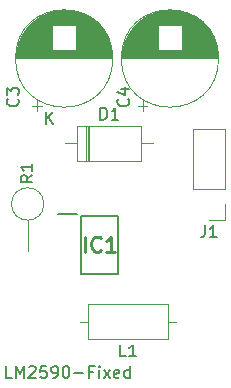
<source format=gbr>
%TF.GenerationSoftware,KiCad,Pcbnew,7.0.1*%
%TF.CreationDate,2023-05-04T19:01:15-07:00*%
%TF.ProjectId,LM2597-Fixed,4c4d3235-3937-42d4-9669-7865642e6b69,rev?*%
%TF.SameCoordinates,Original*%
%TF.FileFunction,Legend,Top*%
%TF.FilePolarity,Positive*%
%FSLAX46Y46*%
G04 Gerber Fmt 4.6, Leading zero omitted, Abs format (unit mm)*
G04 Created by KiCad (PCBNEW 7.0.1) date 2023-05-04 19:01:15*
%MOMM*%
%LPD*%
G01*
G04 APERTURE LIST*
%ADD10C,0.150000*%
%ADD11C,0.254000*%
%ADD12C,0.200000*%
%ADD13C,0.120000*%
G04 APERTURE END LIST*
D10*
X146441467Y-111766747D02*
X145965277Y-111766747D01*
X145965277Y-111766747D02*
X145965277Y-110766747D01*
X146774801Y-111766747D02*
X146774801Y-110766747D01*
X146774801Y-110766747D02*
X147108134Y-111481032D01*
X147108134Y-111481032D02*
X147441467Y-110766747D01*
X147441467Y-110766747D02*
X147441467Y-111766747D01*
X147870039Y-110861985D02*
X147917658Y-110814366D01*
X147917658Y-110814366D02*
X148012896Y-110766747D01*
X148012896Y-110766747D02*
X148250991Y-110766747D01*
X148250991Y-110766747D02*
X148346229Y-110814366D01*
X148346229Y-110814366D02*
X148393848Y-110861985D01*
X148393848Y-110861985D02*
X148441467Y-110957223D01*
X148441467Y-110957223D02*
X148441467Y-111052461D01*
X148441467Y-111052461D02*
X148393848Y-111195318D01*
X148393848Y-111195318D02*
X147822420Y-111766747D01*
X147822420Y-111766747D02*
X148441467Y-111766747D01*
X149346229Y-110766747D02*
X148870039Y-110766747D01*
X148870039Y-110766747D02*
X148822420Y-111242937D01*
X148822420Y-111242937D02*
X148870039Y-111195318D01*
X148870039Y-111195318D02*
X148965277Y-111147699D01*
X148965277Y-111147699D02*
X149203372Y-111147699D01*
X149203372Y-111147699D02*
X149298610Y-111195318D01*
X149298610Y-111195318D02*
X149346229Y-111242937D01*
X149346229Y-111242937D02*
X149393848Y-111338175D01*
X149393848Y-111338175D02*
X149393848Y-111576270D01*
X149393848Y-111576270D02*
X149346229Y-111671508D01*
X149346229Y-111671508D02*
X149298610Y-111719128D01*
X149298610Y-111719128D02*
X149203372Y-111766747D01*
X149203372Y-111766747D02*
X148965277Y-111766747D01*
X148965277Y-111766747D02*
X148870039Y-111719128D01*
X148870039Y-111719128D02*
X148822420Y-111671508D01*
X149870039Y-111766747D02*
X150060515Y-111766747D01*
X150060515Y-111766747D02*
X150155753Y-111719128D01*
X150155753Y-111719128D02*
X150203372Y-111671508D01*
X150203372Y-111671508D02*
X150298610Y-111528651D01*
X150298610Y-111528651D02*
X150346229Y-111338175D01*
X150346229Y-111338175D02*
X150346229Y-110957223D01*
X150346229Y-110957223D02*
X150298610Y-110861985D01*
X150298610Y-110861985D02*
X150250991Y-110814366D01*
X150250991Y-110814366D02*
X150155753Y-110766747D01*
X150155753Y-110766747D02*
X149965277Y-110766747D01*
X149965277Y-110766747D02*
X149870039Y-110814366D01*
X149870039Y-110814366D02*
X149822420Y-110861985D01*
X149822420Y-110861985D02*
X149774801Y-110957223D01*
X149774801Y-110957223D02*
X149774801Y-111195318D01*
X149774801Y-111195318D02*
X149822420Y-111290556D01*
X149822420Y-111290556D02*
X149870039Y-111338175D01*
X149870039Y-111338175D02*
X149965277Y-111385794D01*
X149965277Y-111385794D02*
X150155753Y-111385794D01*
X150155753Y-111385794D02*
X150250991Y-111338175D01*
X150250991Y-111338175D02*
X150298610Y-111290556D01*
X150298610Y-111290556D02*
X150346229Y-111195318D01*
X150965277Y-110766747D02*
X151060515Y-110766747D01*
X151060515Y-110766747D02*
X151155753Y-110814366D01*
X151155753Y-110814366D02*
X151203372Y-110861985D01*
X151203372Y-110861985D02*
X151250991Y-110957223D01*
X151250991Y-110957223D02*
X151298610Y-111147699D01*
X151298610Y-111147699D02*
X151298610Y-111385794D01*
X151298610Y-111385794D02*
X151250991Y-111576270D01*
X151250991Y-111576270D02*
X151203372Y-111671508D01*
X151203372Y-111671508D02*
X151155753Y-111719128D01*
X151155753Y-111719128D02*
X151060515Y-111766747D01*
X151060515Y-111766747D02*
X150965277Y-111766747D01*
X150965277Y-111766747D02*
X150870039Y-111719128D01*
X150870039Y-111719128D02*
X150822420Y-111671508D01*
X150822420Y-111671508D02*
X150774801Y-111576270D01*
X150774801Y-111576270D02*
X150727182Y-111385794D01*
X150727182Y-111385794D02*
X150727182Y-111147699D01*
X150727182Y-111147699D02*
X150774801Y-110957223D01*
X150774801Y-110957223D02*
X150822420Y-110861985D01*
X150822420Y-110861985D02*
X150870039Y-110814366D01*
X150870039Y-110814366D02*
X150965277Y-110766747D01*
X151727182Y-111385794D02*
X152489087Y-111385794D01*
X153298610Y-111242937D02*
X152965277Y-111242937D01*
X152965277Y-111766747D02*
X152965277Y-110766747D01*
X152965277Y-110766747D02*
X153441467Y-110766747D01*
X153822420Y-111766747D02*
X153822420Y-111100080D01*
X153822420Y-110766747D02*
X153774801Y-110814366D01*
X153774801Y-110814366D02*
X153822420Y-110861985D01*
X153822420Y-110861985D02*
X153870039Y-110814366D01*
X153870039Y-110814366D02*
X153822420Y-110766747D01*
X153822420Y-110766747D02*
X153822420Y-110861985D01*
X154203372Y-111766747D02*
X154727181Y-111100080D01*
X154203372Y-111100080D02*
X154727181Y-111766747D01*
X155489086Y-111719128D02*
X155393848Y-111766747D01*
X155393848Y-111766747D02*
X155203372Y-111766747D01*
X155203372Y-111766747D02*
X155108134Y-111719128D01*
X155108134Y-111719128D02*
X155060515Y-111623889D01*
X155060515Y-111623889D02*
X155060515Y-111242937D01*
X155060515Y-111242937D02*
X155108134Y-111147699D01*
X155108134Y-111147699D02*
X155203372Y-111100080D01*
X155203372Y-111100080D02*
X155393848Y-111100080D01*
X155393848Y-111100080D02*
X155489086Y-111147699D01*
X155489086Y-111147699D02*
X155536705Y-111242937D01*
X155536705Y-111242937D02*
X155536705Y-111338175D01*
X155536705Y-111338175D02*
X155060515Y-111433413D01*
X156393848Y-111766747D02*
X156393848Y-110766747D01*
X156393848Y-111719128D02*
X156298610Y-111766747D01*
X156298610Y-111766747D02*
X156108134Y-111766747D01*
X156108134Y-111766747D02*
X156012896Y-111719128D01*
X156012896Y-111719128D02*
X155965277Y-111671508D01*
X155965277Y-111671508D02*
X155917658Y-111576270D01*
X155917658Y-111576270D02*
X155917658Y-111290556D01*
X155917658Y-111290556D02*
X155965277Y-111195318D01*
X155965277Y-111195318D02*
X156012896Y-111147699D01*
X156012896Y-111147699D02*
X156108134Y-111100080D01*
X156108134Y-111100080D02*
X156298610Y-111100080D01*
X156298610Y-111100080D02*
X156393848Y-111147699D01*
D11*
%TO.C,IC1*%
X152610229Y-101091090D02*
X152610229Y-99821090D01*
X153940706Y-100970137D02*
X153880230Y-101030614D01*
X153880230Y-101030614D02*
X153698801Y-101091090D01*
X153698801Y-101091090D02*
X153577849Y-101091090D01*
X153577849Y-101091090D02*
X153396420Y-101030614D01*
X153396420Y-101030614D02*
X153275468Y-100909661D01*
X153275468Y-100909661D02*
X153214991Y-100788709D01*
X153214991Y-100788709D02*
X153154515Y-100546804D01*
X153154515Y-100546804D02*
X153154515Y-100365375D01*
X153154515Y-100365375D02*
X153214991Y-100123471D01*
X153214991Y-100123471D02*
X153275468Y-100002518D01*
X153275468Y-100002518D02*
X153396420Y-99881566D01*
X153396420Y-99881566D02*
X153577849Y-99821090D01*
X153577849Y-99821090D02*
X153698801Y-99821090D01*
X153698801Y-99821090D02*
X153880230Y-99881566D01*
X153880230Y-99881566D02*
X153940706Y-99942042D01*
X155150230Y-101091090D02*
X154424515Y-101091090D01*
X154787372Y-101091090D02*
X154787372Y-99821090D01*
X154787372Y-99821090D02*
X154666420Y-100002518D01*
X154666420Y-100002518D02*
X154545468Y-100123471D01*
X154545468Y-100123471D02*
X154424515Y-100183947D01*
D10*
%TO.C,L1*%
X156087494Y-109952015D02*
X155611304Y-109952015D01*
X155611304Y-109952015D02*
X155611304Y-108952015D01*
X156944637Y-109952015D02*
X156373209Y-109952015D01*
X156658923Y-109952015D02*
X156658923Y-108952015D01*
X156658923Y-108952015D02*
X156563685Y-109094872D01*
X156563685Y-109094872D02*
X156468447Y-109190110D01*
X156468447Y-109190110D02*
X156373209Y-109237729D01*
%TO.C,D1*%
X153921397Y-89900582D02*
X153921397Y-88900582D01*
X153921397Y-88900582D02*
X154159492Y-88900582D01*
X154159492Y-88900582D02*
X154302349Y-88948201D01*
X154302349Y-88948201D02*
X154397587Y-89043439D01*
X154397587Y-89043439D02*
X154445206Y-89138677D01*
X154445206Y-89138677D02*
X154492825Y-89329153D01*
X154492825Y-89329153D02*
X154492825Y-89472010D01*
X154492825Y-89472010D02*
X154445206Y-89662486D01*
X154445206Y-89662486D02*
X154397587Y-89757724D01*
X154397587Y-89757724D02*
X154302349Y-89852963D01*
X154302349Y-89852963D02*
X154159492Y-89900582D01*
X154159492Y-89900582D02*
X153921397Y-89900582D01*
X155445206Y-89900582D02*
X154873778Y-89900582D01*
X155159492Y-89900582D02*
X155159492Y-88900582D01*
X155159492Y-88900582D02*
X155064254Y-89043439D01*
X155064254Y-89043439D02*
X154969016Y-89138677D01*
X154969016Y-89138677D02*
X154873778Y-89186296D01*
X149317587Y-90270582D02*
X149317587Y-89270582D01*
X149889015Y-90270582D02*
X149460444Y-89699153D01*
X149889015Y-89270582D02*
X149317587Y-89842010D01*
%TO.C,R1*%
X148164473Y-94607432D02*
X147688282Y-94940765D01*
X148164473Y-95178860D02*
X147164473Y-95178860D01*
X147164473Y-95178860D02*
X147164473Y-94797908D01*
X147164473Y-94797908D02*
X147212092Y-94702670D01*
X147212092Y-94702670D02*
X147259711Y-94655051D01*
X147259711Y-94655051D02*
X147354949Y-94607432D01*
X147354949Y-94607432D02*
X147497806Y-94607432D01*
X147497806Y-94607432D02*
X147593044Y-94655051D01*
X147593044Y-94655051D02*
X147640663Y-94702670D01*
X147640663Y-94702670D02*
X147688282Y-94797908D01*
X147688282Y-94797908D02*
X147688282Y-95178860D01*
X148164473Y-93655051D02*
X148164473Y-94226479D01*
X148164473Y-93940765D02*
X147164473Y-93940765D01*
X147164473Y-93940765D02*
X147307330Y-94036003D01*
X147307330Y-94036003D02*
X147402568Y-94131241D01*
X147402568Y-94131241D02*
X147450187Y-94226479D01*
%TO.C,C4*%
X156272863Y-88161467D02*
X156320483Y-88209086D01*
X156320483Y-88209086D02*
X156368102Y-88351943D01*
X156368102Y-88351943D02*
X156368102Y-88447181D01*
X156368102Y-88447181D02*
X156320483Y-88590038D01*
X156320483Y-88590038D02*
X156225244Y-88685276D01*
X156225244Y-88685276D02*
X156130006Y-88732895D01*
X156130006Y-88732895D02*
X155939530Y-88780514D01*
X155939530Y-88780514D02*
X155796673Y-88780514D01*
X155796673Y-88780514D02*
X155606197Y-88732895D01*
X155606197Y-88732895D02*
X155510959Y-88685276D01*
X155510959Y-88685276D02*
X155415721Y-88590038D01*
X155415721Y-88590038D02*
X155368102Y-88447181D01*
X155368102Y-88447181D02*
X155368102Y-88351943D01*
X155368102Y-88351943D02*
X155415721Y-88209086D01*
X155415721Y-88209086D02*
X155463340Y-88161467D01*
X155701435Y-87304324D02*
X156368102Y-87304324D01*
X155320483Y-87542419D02*
X156034768Y-87780514D01*
X156034768Y-87780514D02*
X156034768Y-87161467D01*
%TO.C,C3*%
X146908406Y-88140038D02*
X146956026Y-88187657D01*
X146956026Y-88187657D02*
X147003645Y-88330514D01*
X147003645Y-88330514D02*
X147003645Y-88425752D01*
X147003645Y-88425752D02*
X146956026Y-88568609D01*
X146956026Y-88568609D02*
X146860787Y-88663847D01*
X146860787Y-88663847D02*
X146765549Y-88711466D01*
X146765549Y-88711466D02*
X146575073Y-88759085D01*
X146575073Y-88759085D02*
X146432216Y-88759085D01*
X146432216Y-88759085D02*
X146241740Y-88711466D01*
X146241740Y-88711466D02*
X146146502Y-88663847D01*
X146146502Y-88663847D02*
X146051264Y-88568609D01*
X146051264Y-88568609D02*
X146003645Y-88425752D01*
X146003645Y-88425752D02*
X146003645Y-88330514D01*
X146003645Y-88330514D02*
X146051264Y-88187657D01*
X146051264Y-88187657D02*
X146098883Y-88140038D01*
X146003645Y-87806704D02*
X146003645Y-87187657D01*
X146003645Y-87187657D02*
X146384597Y-87520990D01*
X146384597Y-87520990D02*
X146384597Y-87378133D01*
X146384597Y-87378133D02*
X146432216Y-87282895D01*
X146432216Y-87282895D02*
X146479835Y-87235276D01*
X146479835Y-87235276D02*
X146575073Y-87187657D01*
X146575073Y-87187657D02*
X146813168Y-87187657D01*
X146813168Y-87187657D02*
X146908406Y-87235276D01*
X146908406Y-87235276D02*
X146956026Y-87282895D01*
X146956026Y-87282895D02*
X147003645Y-87378133D01*
X147003645Y-87378133D02*
X147003645Y-87663847D01*
X147003645Y-87663847D02*
X146956026Y-87759085D01*
X146956026Y-87759085D02*
X146908406Y-87806704D01*
%TO.C,J1*%
X162785035Y-98866090D02*
X162785035Y-99580375D01*
X162785035Y-99580375D02*
X162737416Y-99723232D01*
X162737416Y-99723232D02*
X162642178Y-99818471D01*
X162642178Y-99818471D02*
X162499321Y-99866090D01*
X162499321Y-99866090D02*
X162404083Y-99866090D01*
X163785035Y-99866090D02*
X163213607Y-99866090D01*
X163499321Y-99866090D02*
X163499321Y-98866090D01*
X163499321Y-98866090D02*
X163404083Y-99008947D01*
X163404083Y-99008947D02*
X163308845Y-99104185D01*
X163308845Y-99104185D02*
X163213607Y-99151804D01*
D12*
%TO.C,IC1*%
X150374992Y-97923564D02*
X151901992Y-97923564D01*
X152251992Y-98051564D02*
X155447992Y-98051564D01*
X152251992Y-102955564D02*
X152251992Y-98051564D01*
X155447992Y-98051564D02*
X155447992Y-102955564D01*
X155447992Y-102955564D02*
X152251992Y-102955564D01*
D13*
%TO.C,L1*%
X160294161Y-107019396D02*
X159674161Y-107019396D01*
X159674161Y-108489396D02*
X159674161Y-105549396D01*
X159674161Y-105549396D02*
X152834161Y-105549396D01*
X152834161Y-108489396D02*
X159674161Y-108489396D01*
X152834161Y-105549396D02*
X152834161Y-108489396D01*
X152214161Y-107019396D02*
X152834161Y-107019396D01*
%TO.C,D1*%
X150919492Y-91907963D02*
X151939492Y-91907963D01*
X151939492Y-90437963D02*
X151939492Y-93377963D01*
X151939492Y-93377963D02*
X157379492Y-93377963D01*
X152719492Y-90437963D02*
X152719492Y-93377963D01*
X152839492Y-90437963D02*
X152839492Y-93377963D01*
X152959492Y-90437963D02*
X152959492Y-93377963D01*
X157379492Y-90437963D02*
X151939492Y-90437963D01*
X157379492Y-93377963D02*
X157379492Y-90437963D01*
X158399492Y-91907963D02*
X157379492Y-91907963D01*
%TO.C,R1*%
X147766141Y-98414385D02*
X147766141Y-101024385D01*
X149136141Y-97044385D02*
G75*
G03*
X149136141Y-97044385I-1370000J0D01*
G01*
%TO.C,C4*%
X157495912Y-89136486D02*
X157495912Y-88336486D01*
X157095912Y-88736486D02*
X157895912Y-88736486D01*
X155730912Y-84726788D02*
X163890912Y-84726788D01*
X155730912Y-84686788D02*
X163890912Y-84686788D01*
X155730912Y-84646788D02*
X163890912Y-84646788D01*
X155731912Y-84606788D02*
X163889912Y-84606788D01*
X155733912Y-84566788D02*
X163887912Y-84566788D01*
X155734912Y-84526788D02*
X163886912Y-84526788D01*
X155736912Y-84486788D02*
X163884912Y-84486788D01*
X155739912Y-84446788D02*
X163881912Y-84446788D01*
X155742912Y-84406788D02*
X163878912Y-84406788D01*
X155745912Y-84366788D02*
X163875912Y-84366788D01*
X155749912Y-84326788D02*
X163871912Y-84326788D01*
X155753912Y-84286788D02*
X163867912Y-84286788D01*
X155758912Y-84246788D02*
X163862912Y-84246788D01*
X155762912Y-84206788D02*
X163858912Y-84206788D01*
X155768912Y-84166788D02*
X163852912Y-84166788D01*
X155773912Y-84126788D02*
X163847912Y-84126788D01*
X155780912Y-84086788D02*
X163840912Y-84086788D01*
X155786912Y-84046788D02*
X163834912Y-84046788D01*
X155793912Y-84005788D02*
X158770912Y-84005788D01*
X160850912Y-84005788D02*
X163827912Y-84005788D01*
X155800912Y-83965788D02*
X158770912Y-83965788D01*
X160850912Y-83965788D02*
X163820912Y-83965788D01*
X155808912Y-83925788D02*
X158770912Y-83925788D01*
X160850912Y-83925788D02*
X163812912Y-83925788D01*
X155816912Y-83885788D02*
X158770912Y-83885788D01*
X160850912Y-83885788D02*
X163804912Y-83885788D01*
X155825912Y-83845788D02*
X158770912Y-83845788D01*
X160850912Y-83845788D02*
X163795912Y-83845788D01*
X155834912Y-83805788D02*
X158770912Y-83805788D01*
X160850912Y-83805788D02*
X163786912Y-83805788D01*
X155843912Y-83765788D02*
X158770912Y-83765788D01*
X160850912Y-83765788D02*
X163777912Y-83765788D01*
X155853912Y-83725788D02*
X158770912Y-83725788D01*
X160850912Y-83725788D02*
X163767912Y-83725788D01*
X155863912Y-83685788D02*
X158770912Y-83685788D01*
X160850912Y-83685788D02*
X163757912Y-83685788D01*
X155874912Y-83645788D02*
X158770912Y-83645788D01*
X160850912Y-83645788D02*
X163746912Y-83645788D01*
X155885912Y-83605788D02*
X158770912Y-83605788D01*
X160850912Y-83605788D02*
X163735912Y-83605788D01*
X155896912Y-83565788D02*
X158770912Y-83565788D01*
X160850912Y-83565788D02*
X163724912Y-83565788D01*
X155908912Y-83525788D02*
X158770912Y-83525788D01*
X160850912Y-83525788D02*
X163712912Y-83525788D01*
X155921912Y-83485788D02*
X158770912Y-83485788D01*
X160850912Y-83485788D02*
X163699912Y-83485788D01*
X155933912Y-83445788D02*
X158770912Y-83445788D01*
X160850912Y-83445788D02*
X163687912Y-83445788D01*
X155947912Y-83405788D02*
X158770912Y-83405788D01*
X160850912Y-83405788D02*
X163673912Y-83405788D01*
X155960912Y-83365788D02*
X158770912Y-83365788D01*
X160850912Y-83365788D02*
X163660912Y-83365788D01*
X155975912Y-83325788D02*
X158770912Y-83325788D01*
X160850912Y-83325788D02*
X163645912Y-83325788D01*
X155989912Y-83285788D02*
X158770912Y-83285788D01*
X160850912Y-83285788D02*
X163631912Y-83285788D01*
X156005912Y-83245788D02*
X158770912Y-83245788D01*
X160850912Y-83245788D02*
X163615912Y-83245788D01*
X156020912Y-83205788D02*
X158770912Y-83205788D01*
X160850912Y-83205788D02*
X163600912Y-83205788D01*
X156036912Y-83165788D02*
X158770912Y-83165788D01*
X160850912Y-83165788D02*
X163584912Y-83165788D01*
X156053912Y-83125788D02*
X158770912Y-83125788D01*
X160850912Y-83125788D02*
X163567912Y-83125788D01*
X156070912Y-83085788D02*
X158770912Y-83085788D01*
X160850912Y-83085788D02*
X163550912Y-83085788D01*
X156088912Y-83045788D02*
X158770912Y-83045788D01*
X160850912Y-83045788D02*
X163532912Y-83045788D01*
X156106912Y-83005788D02*
X158770912Y-83005788D01*
X160850912Y-83005788D02*
X163514912Y-83005788D01*
X156124912Y-82965788D02*
X158770912Y-82965788D01*
X160850912Y-82965788D02*
X163496912Y-82965788D01*
X156144912Y-82925788D02*
X158770912Y-82925788D01*
X160850912Y-82925788D02*
X163476912Y-82925788D01*
X156163912Y-82885788D02*
X158770912Y-82885788D01*
X160850912Y-82885788D02*
X163457912Y-82885788D01*
X156183912Y-82845788D02*
X158770912Y-82845788D01*
X160850912Y-82845788D02*
X163437912Y-82845788D01*
X156204912Y-82805788D02*
X158770912Y-82805788D01*
X160850912Y-82805788D02*
X163416912Y-82805788D01*
X156226912Y-82765788D02*
X158770912Y-82765788D01*
X160850912Y-82765788D02*
X163394912Y-82765788D01*
X156248912Y-82725788D02*
X158770912Y-82725788D01*
X160850912Y-82725788D02*
X163372912Y-82725788D01*
X156270912Y-82685788D02*
X158770912Y-82685788D01*
X160850912Y-82685788D02*
X163350912Y-82685788D01*
X156293912Y-82645788D02*
X158770912Y-82645788D01*
X160850912Y-82645788D02*
X163327912Y-82645788D01*
X156317912Y-82605788D02*
X158770912Y-82605788D01*
X160850912Y-82605788D02*
X163303912Y-82605788D01*
X156341912Y-82565788D02*
X158770912Y-82565788D01*
X160850912Y-82565788D02*
X163279912Y-82565788D01*
X156366912Y-82525788D02*
X158770912Y-82525788D01*
X160850912Y-82525788D02*
X163254912Y-82525788D01*
X156392912Y-82485788D02*
X158770912Y-82485788D01*
X160850912Y-82485788D02*
X163228912Y-82485788D01*
X156418912Y-82445788D02*
X158770912Y-82445788D01*
X160850912Y-82445788D02*
X163202912Y-82445788D01*
X156445912Y-82405788D02*
X158770912Y-82405788D01*
X160850912Y-82405788D02*
X163175912Y-82405788D01*
X156472912Y-82365788D02*
X158770912Y-82365788D01*
X160850912Y-82365788D02*
X163148912Y-82365788D01*
X156501912Y-82325788D02*
X158770912Y-82325788D01*
X160850912Y-82325788D02*
X163119912Y-82325788D01*
X156530912Y-82285788D02*
X158770912Y-82285788D01*
X160850912Y-82285788D02*
X163090912Y-82285788D01*
X156560912Y-82245788D02*
X158770912Y-82245788D01*
X160850912Y-82245788D02*
X163060912Y-82245788D01*
X156590912Y-82205788D02*
X158770912Y-82205788D01*
X160850912Y-82205788D02*
X163030912Y-82205788D01*
X156621912Y-82165788D02*
X158770912Y-82165788D01*
X160850912Y-82165788D02*
X162999912Y-82165788D01*
X156654912Y-82125788D02*
X158770912Y-82125788D01*
X160850912Y-82125788D02*
X162966912Y-82125788D01*
X156686912Y-82085788D02*
X158770912Y-82085788D01*
X160850912Y-82085788D02*
X162934912Y-82085788D01*
X156720912Y-82045788D02*
X158770912Y-82045788D01*
X160850912Y-82045788D02*
X162900912Y-82045788D01*
X156755912Y-82005788D02*
X158770912Y-82005788D01*
X160850912Y-82005788D02*
X162865912Y-82005788D01*
X156791912Y-81965788D02*
X158770912Y-81965788D01*
X160850912Y-81965788D02*
X162829912Y-81965788D01*
X156827912Y-81925788D02*
X162793912Y-81925788D01*
X156865912Y-81885788D02*
X162755912Y-81885788D01*
X156903912Y-81845788D02*
X162717912Y-81845788D01*
X156943912Y-81805788D02*
X162677912Y-81805788D01*
X156984912Y-81765788D02*
X162636912Y-81765788D01*
X157026912Y-81725788D02*
X162594912Y-81725788D01*
X157069912Y-81685788D02*
X162551912Y-81685788D01*
X157113912Y-81645788D02*
X162507912Y-81645788D01*
X157159912Y-81605788D02*
X162461912Y-81605788D01*
X157206912Y-81565788D02*
X162414912Y-81565788D01*
X157254912Y-81525788D02*
X162366912Y-81525788D01*
X157305912Y-81485788D02*
X162315912Y-81485788D01*
X157356912Y-81445788D02*
X162264912Y-81445788D01*
X157410912Y-81405788D02*
X162210912Y-81405788D01*
X157465912Y-81365788D02*
X162155912Y-81365788D01*
X157523912Y-81325788D02*
X162097912Y-81325788D01*
X157582912Y-81285788D02*
X162038912Y-81285788D01*
X157644912Y-81245788D02*
X161976912Y-81245788D01*
X157708912Y-81205788D02*
X161912912Y-81205788D01*
X157776912Y-81165788D02*
X161844912Y-81165788D01*
X157846912Y-81125788D02*
X161774912Y-81125788D01*
X157920912Y-81085788D02*
X161700912Y-81085788D01*
X157997912Y-81045788D02*
X161623912Y-81045788D01*
X158079912Y-81005788D02*
X161541912Y-81005788D01*
X158165912Y-80965788D02*
X161455912Y-80965788D01*
X158258912Y-80925788D02*
X161362912Y-80925788D01*
X158357912Y-80885788D02*
X161263912Y-80885788D01*
X158464912Y-80845788D02*
X161156912Y-80845788D01*
X158581912Y-80805788D02*
X161039912Y-80805788D01*
X158712912Y-80765788D02*
X160908912Y-80765788D01*
X158862912Y-80725788D02*
X160758912Y-80725788D01*
X159042912Y-80685788D02*
X160578912Y-80685788D01*
X159277912Y-80645788D02*
X160343912Y-80645788D01*
X163930912Y-84726788D02*
G75*
G03*
X163930912Y-84726788I-4120000J0D01*
G01*
%TO.C,C3*%
X148538605Y-89136486D02*
X148538605Y-88336486D01*
X148138605Y-88736486D02*
X148938605Y-88736486D01*
X146773605Y-84726788D02*
X154933605Y-84726788D01*
X146773605Y-84686788D02*
X154933605Y-84686788D01*
X146773605Y-84646788D02*
X154933605Y-84646788D01*
X146774605Y-84606788D02*
X154932605Y-84606788D01*
X146776605Y-84566788D02*
X154930605Y-84566788D01*
X146777605Y-84526788D02*
X154929605Y-84526788D01*
X146779605Y-84486788D02*
X154927605Y-84486788D01*
X146782605Y-84446788D02*
X154924605Y-84446788D01*
X146785605Y-84406788D02*
X154921605Y-84406788D01*
X146788605Y-84366788D02*
X154918605Y-84366788D01*
X146792605Y-84326788D02*
X154914605Y-84326788D01*
X146796605Y-84286788D02*
X154910605Y-84286788D01*
X146801605Y-84246788D02*
X154905605Y-84246788D01*
X146805605Y-84206788D02*
X154901605Y-84206788D01*
X146811605Y-84166788D02*
X154895605Y-84166788D01*
X146816605Y-84126788D02*
X154890605Y-84126788D01*
X146823605Y-84086788D02*
X154883605Y-84086788D01*
X146829605Y-84046788D02*
X154877605Y-84046788D01*
X146836605Y-84005788D02*
X149813605Y-84005788D01*
X151893605Y-84005788D02*
X154870605Y-84005788D01*
X146843605Y-83965788D02*
X149813605Y-83965788D01*
X151893605Y-83965788D02*
X154863605Y-83965788D01*
X146851605Y-83925788D02*
X149813605Y-83925788D01*
X151893605Y-83925788D02*
X154855605Y-83925788D01*
X146859605Y-83885788D02*
X149813605Y-83885788D01*
X151893605Y-83885788D02*
X154847605Y-83885788D01*
X146868605Y-83845788D02*
X149813605Y-83845788D01*
X151893605Y-83845788D02*
X154838605Y-83845788D01*
X146877605Y-83805788D02*
X149813605Y-83805788D01*
X151893605Y-83805788D02*
X154829605Y-83805788D01*
X146886605Y-83765788D02*
X149813605Y-83765788D01*
X151893605Y-83765788D02*
X154820605Y-83765788D01*
X146896605Y-83725788D02*
X149813605Y-83725788D01*
X151893605Y-83725788D02*
X154810605Y-83725788D01*
X146906605Y-83685788D02*
X149813605Y-83685788D01*
X151893605Y-83685788D02*
X154800605Y-83685788D01*
X146917605Y-83645788D02*
X149813605Y-83645788D01*
X151893605Y-83645788D02*
X154789605Y-83645788D01*
X146928605Y-83605788D02*
X149813605Y-83605788D01*
X151893605Y-83605788D02*
X154778605Y-83605788D01*
X146939605Y-83565788D02*
X149813605Y-83565788D01*
X151893605Y-83565788D02*
X154767605Y-83565788D01*
X146951605Y-83525788D02*
X149813605Y-83525788D01*
X151893605Y-83525788D02*
X154755605Y-83525788D01*
X146964605Y-83485788D02*
X149813605Y-83485788D01*
X151893605Y-83485788D02*
X154742605Y-83485788D01*
X146976605Y-83445788D02*
X149813605Y-83445788D01*
X151893605Y-83445788D02*
X154730605Y-83445788D01*
X146990605Y-83405788D02*
X149813605Y-83405788D01*
X151893605Y-83405788D02*
X154716605Y-83405788D01*
X147003605Y-83365788D02*
X149813605Y-83365788D01*
X151893605Y-83365788D02*
X154703605Y-83365788D01*
X147018605Y-83325788D02*
X149813605Y-83325788D01*
X151893605Y-83325788D02*
X154688605Y-83325788D01*
X147032605Y-83285788D02*
X149813605Y-83285788D01*
X151893605Y-83285788D02*
X154674605Y-83285788D01*
X147048605Y-83245788D02*
X149813605Y-83245788D01*
X151893605Y-83245788D02*
X154658605Y-83245788D01*
X147063605Y-83205788D02*
X149813605Y-83205788D01*
X151893605Y-83205788D02*
X154643605Y-83205788D01*
X147079605Y-83165788D02*
X149813605Y-83165788D01*
X151893605Y-83165788D02*
X154627605Y-83165788D01*
X147096605Y-83125788D02*
X149813605Y-83125788D01*
X151893605Y-83125788D02*
X154610605Y-83125788D01*
X147113605Y-83085788D02*
X149813605Y-83085788D01*
X151893605Y-83085788D02*
X154593605Y-83085788D01*
X147131605Y-83045788D02*
X149813605Y-83045788D01*
X151893605Y-83045788D02*
X154575605Y-83045788D01*
X147149605Y-83005788D02*
X149813605Y-83005788D01*
X151893605Y-83005788D02*
X154557605Y-83005788D01*
X147167605Y-82965788D02*
X149813605Y-82965788D01*
X151893605Y-82965788D02*
X154539605Y-82965788D01*
X147187605Y-82925788D02*
X149813605Y-82925788D01*
X151893605Y-82925788D02*
X154519605Y-82925788D01*
X147206605Y-82885788D02*
X149813605Y-82885788D01*
X151893605Y-82885788D02*
X154500605Y-82885788D01*
X147226605Y-82845788D02*
X149813605Y-82845788D01*
X151893605Y-82845788D02*
X154480605Y-82845788D01*
X147247605Y-82805788D02*
X149813605Y-82805788D01*
X151893605Y-82805788D02*
X154459605Y-82805788D01*
X147269605Y-82765788D02*
X149813605Y-82765788D01*
X151893605Y-82765788D02*
X154437605Y-82765788D01*
X147291605Y-82725788D02*
X149813605Y-82725788D01*
X151893605Y-82725788D02*
X154415605Y-82725788D01*
X147313605Y-82685788D02*
X149813605Y-82685788D01*
X151893605Y-82685788D02*
X154393605Y-82685788D01*
X147336605Y-82645788D02*
X149813605Y-82645788D01*
X151893605Y-82645788D02*
X154370605Y-82645788D01*
X147360605Y-82605788D02*
X149813605Y-82605788D01*
X151893605Y-82605788D02*
X154346605Y-82605788D01*
X147384605Y-82565788D02*
X149813605Y-82565788D01*
X151893605Y-82565788D02*
X154322605Y-82565788D01*
X147409605Y-82525788D02*
X149813605Y-82525788D01*
X151893605Y-82525788D02*
X154297605Y-82525788D01*
X147435605Y-82485788D02*
X149813605Y-82485788D01*
X151893605Y-82485788D02*
X154271605Y-82485788D01*
X147461605Y-82445788D02*
X149813605Y-82445788D01*
X151893605Y-82445788D02*
X154245605Y-82445788D01*
X147488605Y-82405788D02*
X149813605Y-82405788D01*
X151893605Y-82405788D02*
X154218605Y-82405788D01*
X147515605Y-82365788D02*
X149813605Y-82365788D01*
X151893605Y-82365788D02*
X154191605Y-82365788D01*
X147544605Y-82325788D02*
X149813605Y-82325788D01*
X151893605Y-82325788D02*
X154162605Y-82325788D01*
X147573605Y-82285788D02*
X149813605Y-82285788D01*
X151893605Y-82285788D02*
X154133605Y-82285788D01*
X147603605Y-82245788D02*
X149813605Y-82245788D01*
X151893605Y-82245788D02*
X154103605Y-82245788D01*
X147633605Y-82205788D02*
X149813605Y-82205788D01*
X151893605Y-82205788D02*
X154073605Y-82205788D01*
X147664605Y-82165788D02*
X149813605Y-82165788D01*
X151893605Y-82165788D02*
X154042605Y-82165788D01*
X147697605Y-82125788D02*
X149813605Y-82125788D01*
X151893605Y-82125788D02*
X154009605Y-82125788D01*
X147729605Y-82085788D02*
X149813605Y-82085788D01*
X151893605Y-82085788D02*
X153977605Y-82085788D01*
X147763605Y-82045788D02*
X149813605Y-82045788D01*
X151893605Y-82045788D02*
X153943605Y-82045788D01*
X147798605Y-82005788D02*
X149813605Y-82005788D01*
X151893605Y-82005788D02*
X153908605Y-82005788D01*
X147834605Y-81965788D02*
X149813605Y-81965788D01*
X151893605Y-81965788D02*
X153872605Y-81965788D01*
X147870605Y-81925788D02*
X153836605Y-81925788D01*
X147908605Y-81885788D02*
X153798605Y-81885788D01*
X147946605Y-81845788D02*
X153760605Y-81845788D01*
X147986605Y-81805788D02*
X153720605Y-81805788D01*
X148027605Y-81765788D02*
X153679605Y-81765788D01*
X148069605Y-81725788D02*
X153637605Y-81725788D01*
X148112605Y-81685788D02*
X153594605Y-81685788D01*
X148156605Y-81645788D02*
X153550605Y-81645788D01*
X148202605Y-81605788D02*
X153504605Y-81605788D01*
X148249605Y-81565788D02*
X153457605Y-81565788D01*
X148297605Y-81525788D02*
X153409605Y-81525788D01*
X148348605Y-81485788D02*
X153358605Y-81485788D01*
X148399605Y-81445788D02*
X153307605Y-81445788D01*
X148453605Y-81405788D02*
X153253605Y-81405788D01*
X148508605Y-81365788D02*
X153198605Y-81365788D01*
X148566605Y-81325788D02*
X153140605Y-81325788D01*
X148625605Y-81285788D02*
X153081605Y-81285788D01*
X148687605Y-81245788D02*
X153019605Y-81245788D01*
X148751605Y-81205788D02*
X152955605Y-81205788D01*
X148819605Y-81165788D02*
X152887605Y-81165788D01*
X148889605Y-81125788D02*
X152817605Y-81125788D01*
X148963605Y-81085788D02*
X152743605Y-81085788D01*
X149040605Y-81045788D02*
X152666605Y-81045788D01*
X149122605Y-81005788D02*
X152584605Y-81005788D01*
X149208605Y-80965788D02*
X152498605Y-80965788D01*
X149301605Y-80925788D02*
X152405605Y-80925788D01*
X149400605Y-80885788D02*
X152306605Y-80885788D01*
X149507605Y-80845788D02*
X152199605Y-80845788D01*
X149624605Y-80805788D02*
X152082605Y-80805788D01*
X149755605Y-80765788D02*
X151951605Y-80765788D01*
X149905605Y-80725788D02*
X151801605Y-80725788D01*
X150085605Y-80685788D02*
X151621605Y-80685788D01*
X150320605Y-80645788D02*
X151386605Y-80645788D01*
X154973605Y-84726788D02*
G75*
G03*
X154973605Y-84726788I-4120000J0D01*
G01*
%TO.C,J1*%
X164448369Y-98403471D02*
X163118369Y-98403471D01*
X164448369Y-97073471D02*
X164448369Y-98403471D01*
X164448369Y-95803471D02*
X164448369Y-90663471D01*
X164448369Y-95803471D02*
X161788369Y-95803471D01*
X164448369Y-90663471D02*
X161788369Y-90663471D01*
X161788369Y-95803471D02*
X161788369Y-90663471D01*
%TD*%
M02*

</source>
